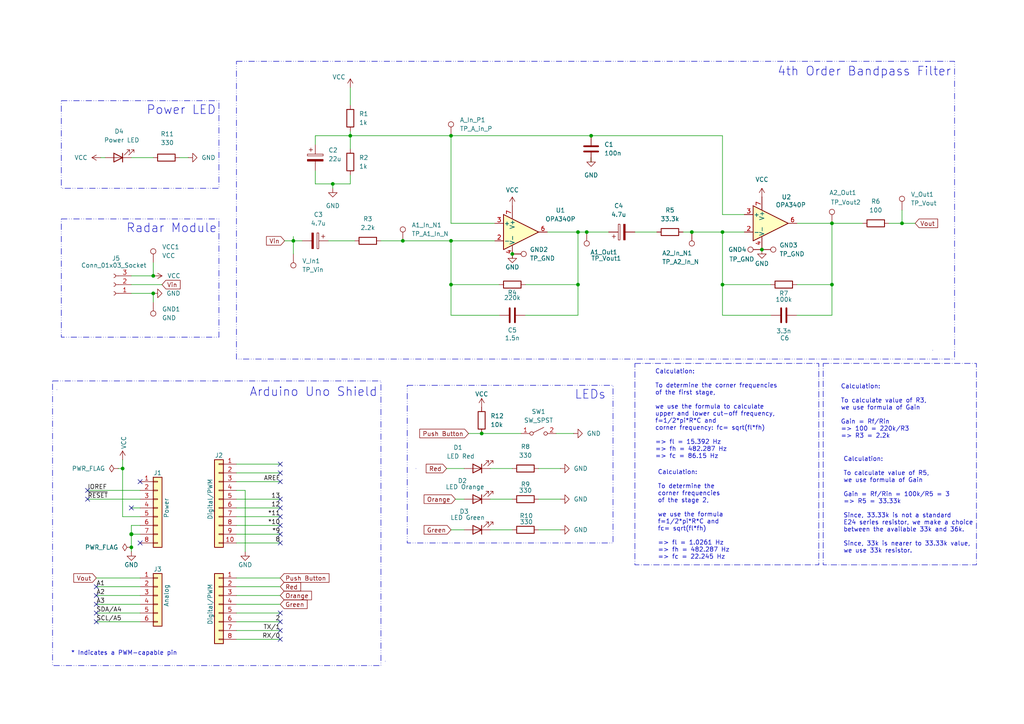
<source format=kicad_sch>
(kicad_sch (version 20231120) (generator "eeschema") (generator_version "8.0")
  (paper "A4")
  (title_block (title "4th Order Bandpass Filter") (date "2024-04-23") (rev "v1.0") (company "Hochschule Darmstadt") (comment 1 "Author: Zaki Sadique"))
  (lib_symbols
    (symbol "Amplifier_Operational:OPA340P" (pin_names (offset 0.127))
      (property "Reference" "U" (at 0 6.35 0))
      (property "Value" "OPA340P" (at 0 3.81 0))
      (symbol "OPA340P_0_1"
        (polyline (pts (xy -5.08 5.08) (xy 5.08 0) (xy -5.08 -5.08) (xy -5.08 5.08)) (stroke (width 0.254)) (fill (type background)))
      )
      (symbol "OPA340P_1_1"
        (pin no_connect line (at -5.08 -2.54 90) (length 2.54) hide (name "NC") (number "1"))
        (pin input line (at -7.62 -2.54 0) (length 2.54) (name "-") (number "2"))
        (pin input line (at -7.62 2.54 0) (length 2.54) (name "+") (number "3"))
        (pin power_in line (at -2.54 -7.62 90) (length 3.81) (name "V-") (number "4"))
        (pin no_connect line (at -2.54 -2.54 90) (length 2.54) hide (name "NC") (number "5"))
        (pin output line (at 7.62 0 180) (length 2.54) (name "~") (number "6"))
        (pin power_in line (at -2.54 7.62 270) (length 3.81) (name "V+") (number "7"))
        (pin no_connect line (at 0 -2.54 90) (length 2.54) hide (name "NC") (number "8"))
      )
    )
    (symbol "Connector:Conn_01x03_Socket" (pin_names (offset 1.016) hide)
      (property "Reference" "J" (at 0 5.08 0))
      (property "Value" "Conn_01x03_Socket" (at 0 -5.08 0))
      (symbol "Conn_01x03_Socket_1_1"
        (arc (start 0 -2.032) (mid -0.5058 -2.54) (end 0 -3.048) (stroke (width 0.1524)))
        (polyline (pts (xy -1.27 -2.54) (xy -0.508 -2.54)) (stroke (width 0.1524)))
        (polyline (pts (xy -1.27 0) (xy -0.508 0)) (stroke (width 0.1524)))
        (polyline (pts (xy -1.27 2.54) (xy -0.508 2.54)) (stroke (width 0.1524)))
        (arc (start 0 0.508) (mid -0.5058 0) (end 0 -0.508) (stroke (width 0.1524)))
        (arc (start 0 3.048) (mid -0.5058 2.54) (end 0 2.032) (stroke (width 0.1524)))
        (pin passive line (at -5.08 2.54 0) (length 3.81) (name "Pin_1") (number "1"))
        (pin passive line (at -5.08 0 0) (length 3.81) (name "Pin_2") (number "2"))
        (pin passive line (at -5.08 -2.54 0) (length 3.81) (name "Pin_3") (number "3"))
      )
    )
    (symbol "Connector:TestPoint" (pin_numbers hide) (pin_names (offset 0.762) hide)
      (property "Reference" "TP" (at 0 6.858 0))
      (property "Value" "TestPoint" (at 0 5.08 0))
      (symbol "TestPoint_0_1"
        (circle (center 0 3.302) (radius 0.762))
      )
      (symbol "TestPoint_1_1"
        (pin passive line (at 0 0 90) (length 2.54) (name "1") (number "1"))
      )
    )
    (symbol "Connector_Generic:Conn_01x06" (pin_names (offset 1.016) hide)
      (property "Reference" "J" (at 0 7.62 0))
      (property "Value" "Conn_01x06" (at 0 -10.16 0))
      (symbol "Conn_01x06_1_1"
        (rectangle (start -1.27 -7.493) (end 0 -7.747) (stroke (width 0.1524)))
        (rectangle (start -1.27 -4.953) (end 0 -5.207) (stroke (width 0.1524)))
        (rectangle (start -1.27 -2.413) (end 0 -2.667) (stroke (width 0.1524)))
        (rectangle (start -1.27 0.127) (end 0 -0.127) (stroke (width 0.1524)))
        (rectangle (start -1.27 2.667) (end 0 2.413) (stroke (width 0.1524)))
        (rectangle (start -1.27 5.207) (end 0 4.953) (stroke (width 0.1524)))
        (rectangle (start -1.27 6.35) (end 1.27 -8.89) (stroke (width 0.254)) (fill (type background)))
        (pin passive line (at -5.08 5.08 0) (length 3.81) (name "Pin_1") (number "1"))
        (pin passive line (at -5.08 2.54 0) (length 3.81) (name "Pin_2") (number "2"))
        (pin passive line (at -5.08 0 0) (length 3.81) (name "Pin_3") (number "3"))
        (pin passive line (at -5.08 -2.54 0) (length 3.81) (name "Pin_4") (number "4"))
        (pin passive line (at -5.08 -5.08 0) (length 3.81) (name "Pin_5") (number "5"))
        (pin passive line (at -5.08 -7.62 0) (length 3.81) (name "Pin_6") (number "6"))
      )
    )
    (symbol "Connector_Generic:Conn_01x08" (pin_names (offset 1.016) hide)
      (property "Reference" "J" (at 0 10.16 0))
      (property "Value" "Conn_01x08" (at 0 -12.7 0))
      (symbol "Conn_01x08_1_1"
        (rectangle (start -1.27 -10.033) (end 0 -10.287) (stroke (width 0.1524)))
        (rectangle (start -1.27 -7.493) (end 0 -7.747) (stroke (width 0.1524)))
        (rectangle (start -1.27 -4.953) (end 0 -5.207) (stroke (width 0.1524)))
        (rectangle (start -1.27 -2.413) (end 0 -2.667) (stroke (width 0.1524)))
        (rectangle (start -1.27 0.127) (end 0 -0.127) (stroke (width 0.1524)))
        (rectangle (start -1.27 2.667) (end 0 2.413) (stroke (width 0.1524)))
        (rectangle (start -1.27 5.207) (end 0 4.953) (stroke (width 0.1524)))
        (rectangle (start -1.27 7.747) (end 0 7.493) (stroke (width 0.1524)))
        (rectangle (start -1.27 8.89) (end 1.27 -11.43) (stroke (width 0.254)) (fill (type background)))
        (pin passive line (at -5.08 7.62 0) (length 3.81) (name "Pin_1") (number "1"))
        (pin passive line (at -5.08 5.08 0) (length 3.81) (name "Pin_2") (number "2"))
        (pin passive line (at -5.08 2.54 0) (length 3.81) (name "Pin_3") (number "3"))
        (pin passive line (at -5.08 0 0) (length 3.81) (name "Pin_4") (number "4"))
        (pin passive line (at -5.08 -2.54 0) (length 3.81) (name "Pin_5") (number "5"))
        (pin passive line (at -5.08 -5.08 0) (length 3.81) (name "Pin_6") (number "6"))
        (pin passive line (at -5.08 -7.62 0) (length 3.81) (name "Pin_7") (number "7"))
        (pin passive line (at -5.08 -10.16 0) (length 3.81) (name "Pin_8") (number "8"))
      )
    )
    (symbol "Connector_Generic:Conn_01x10" (pin_names (offset 1.016) hide)
      (property "Reference" "J" (at 0 12.7 0))
      (property "Value" "Conn_01x10" (at 0 -15.24 0))
      (symbol "Conn_01x10_1_1"
        (rectangle (start -1.27 -12.573) (end 0 -12.827) (stroke (width 0.1524)))
        (rectangle (start -1.27 -10.033) (end 0 -10.287) (stroke (width 0.1524)))
        (rectangle (start -1.27 -7.493) (end 0 -7.747) (stroke (width 0.1524)))
        (rectangle (start -1.27 -4.953) (end 0 -5.207) (stroke (width 0.1524)))
        (rectangle (start -1.27 -2.413) (end 0 -2.667) (stroke (width 0.1524)))
        (rectangle (start -1.27 0.127) (end 0 -0.127) (stroke (width 0.1524)))
        (rectangle (start -1.27 2.667) (end 0 2.413) (stroke (width 0.1524)))
        (rectangle (start -1.27 5.207) (end 0 4.953) (stroke (width 0.1524)))
        (rectangle (start -1.27 7.747) (end 0 7.493) (stroke (width 0.1524)))
        (rectangle (start -1.27 10.287) (end 0 10.033) (stroke (width 0.1524)))
        (rectangle (start -1.27 11.43) (end 1.27 -13.97) (stroke (width 0.254)) (fill (type background)))
        (pin passive line (at -5.08 10.16 0) (length 3.81) (name "Pin_1") (number "1"))
        (pin passive line (at -5.08 -12.7 0) (length 3.81) (name "Pin_10") (number "10"))
        (pin passive line (at -5.08 7.62 0) (length 3.81) (name "Pin_2") (number "2"))
        (pin passive line (at -5.08 5.08 0) (length 3.81) (name "Pin_3") (number "3"))
        (pin passive line (at -5.08 2.54 0) (length 3.81) (name "Pin_4") (number "4"))
        (pin passive line (at -5.08 0 0) (length 3.81) (name "Pin_5") (number "5"))
        (pin passive line (at -5.08 -2.54 0) (length 3.81) (name "Pin_6") (number "6"))
        (pin passive line (at -5.08 -5.08 0) (length 3.81) (name "Pin_7") (number "7"))
        (pin passive line (at -5.08 -7.62 0) (length 3.81) (name "Pin_8") (number "8"))
        (pin passive line (at -5.08 -10.16 0) (length 3.81) (name "Pin_9") (number "9"))
      )
    )
    (symbol "Device:C" (pin_numbers hide) (pin_names (offset 0.254))
      (property "Reference" "C" (at 0.635 2.54 0))
      (property "Value" "C" (at 0.635 -2.54 0))
      (symbol "C_0_1"
        (polyline (pts (xy -2.032 -0.762) (xy 2.032 -0.762)) (stroke (width 0.508)))
        (polyline (pts (xy -2.032 0.762) (xy 2.032 0.762)) (stroke (width 0.508)))
      )
      (symbol "C_1_1"
        (pin passive line (at 0 3.81 270) (length 2.794) (name "~") (number "1"))
        (pin passive line (at 0 -3.81 90) (length 2.794) (name "~") (number "2"))
      )
    )
    (symbol "Device:C_Polarized" (pin_numbers hide) (pin_names (offset 0.254))
      (property "Reference" "C" (at 0.635 2.54 0))
      (property "Value" "C_Polarized" (at 0.635 -2.54 0))
      (symbol "C_Polarized_0_1"
        (rectangle (start -2.286 0.508) (end 2.286 1.016))
        (polyline (pts (xy -1.778 2.286) (xy -0.762 2.286)))
        (polyline (pts (xy -1.27 2.794) (xy -1.27 1.778)))
        (rectangle (start 2.286 -0.508) (end -2.286 -1.016) (fill (type outline)))
      )
      (symbol "C_Polarized_1_1"
        (pin passive line (at 0 3.81 270) (length 2.794) (name "~") (number "1"))
        (pin passive line (at 0 -3.81 90) (length 2.794) (name "~") (number "2"))
      )
    )
    (symbol "Device:LED" (pin_numbers hide) (pin_names (offset 1.016) hide)
      (property "Reference" "D" (at 0 2.54 0))
      (property "Value" "LED" (at 0 -2.54 0))
      (symbol "LED_0_1"
        (polyline (pts (xy -1.27 -1.27) (xy -1.27 1.27)) (stroke (width 0.254)))
        (polyline (pts (xy -1.27 0) (xy 1.27 0)))
        (polyline (pts (xy 1.27 -1.27) (xy 1.27 1.27) (xy -1.27 0) (xy 1.27 -1.27)) (stroke (width 0.254)))
        (polyline (pts (xy -3.048 -0.762) (xy -4.572 -2.286) (xy -3.81 -2.286) (xy -4.572 -2.286) (xy -4.572 -1.524)))
        (polyline (pts (xy -1.778 -0.762) (xy -3.302 -2.286) (xy -2.54 -2.286) (xy -3.302 -2.286) (xy -3.302 -1.524)))
      )
      (symbol "LED_1_1"
        (pin passive line (at -3.81 0 0) (length 2.54) (name "K") (number "1"))
        (pin passive line (at 3.81 0 180) (length 2.54) (name "A") (number "2"))
      )
    )
    (symbol "Device:R" (pin_numbers hide) (pin_names (offset 0))
      (property "Reference" "R" (at 2.032 0 90))
      (property "Value" "R" (at 0 0 90))
      (symbol "R_0_1"
        (rectangle (start -1.016 -2.54) (end 1.016 2.54) (stroke (width 0.254)))
      )
      (symbol "R_1_1"
        (pin passive line (at 0 3.81 270) (length 1.27) (name "~") (number "1"))
        (pin passive line (at 0 -3.81 90) (length 1.27) (name "~") (number "2"))
      )
    )
    (symbol "GND_1" (power) (pin_numbers hide) (pin_names (offset 0) hide)
      (property "Value" "GND" (at 0 -3.81 0))
      (symbol "GND_1_0_1"
        (polyline (pts (xy 0 0) (xy 0 -1.27) (xy 1.27 -1.27) (xy 0 -2.54) (xy -1.27 -1.27) (xy 0 -1.27)))
      )
      (symbol "GND_1_1_1"
        (pin power_in line (at 0 0 270) (length 0) (name "~") (number "1"))
      )
    )
    (symbol "GND_2" (power) (pin_numbers hide) (pin_names (offset 0) hide)
      (property "Value" "GND" (at 0 -3.81 0))
      (symbol "GND_2_0_1"
        (polyline (pts (xy 0 0) (xy 0 -1.27) (xy 1.27 -1.27) (xy 0 -2.54) (xy -1.27 -1.27) (xy 0 -1.27)))
      )
      (symbol "GND_2_1_1"
        (pin power_in line (at 0 0 270) (length 0) (name "~") (number "1"))
      )
    )
    (symbol "GND_3" (power) (pin_numbers hide) (pin_names (offset 0) hide)
      (property "Value" "GND" (at 0 -3.81 0))
      (symbol "GND_3_0_1"
        (polyline (pts (xy 0 0) (xy 0 -1.27) (xy 1.27 -1.27) (xy 0 -2.54) (xy -1.27 -1.27) (xy 0 -1.27)))
      )
      (symbol "GND_3_1_1"
        (pin power_in line (at 0 0 270) (length 0) (name "~") (number "1"))
      )
    )
    (symbol "GND_4" (power) (pin_numbers hide) (pin_names (offset 0) hide)
      (property "Value" "GND" (at 0 -3.81 0))
      (symbol "GND_4_0_1"
        (polyline (pts (xy 0 0) (xy 0 -1.27) (xy 1.27 -1.27) (xy 0 -2.54) (xy -1.27 -1.27) (xy 0 -1.27)))
      )
      (symbol "GND_4_1_1"
        (pin power_in line (at 0 0 270) (length 0) (name "~") (number "1"))
      )
    )
    (symbol "GND_5" (power) (pin_numbers hide) (pin_names (offset 0) hide)
      (property "Value" "GND" (at 0 -3.81 0))
      (symbol "GND_5_0_1"
        (polyline (pts (xy 0 0) (xy 0 -1.27) (xy 1.27 -1.27) (xy 0 -2.54) (xy -1.27 -1.27) (xy 0 -1.27)))
      )
      (symbol "GND_5_1_1"
        (pin power_in line (at 0 0 270) (length 0) (name "~") (number "1"))
      )
    )
    (symbol "Switch:SW_SPST" (pin_names (offset 0) hide)
      (property "Reference" "SW" (at 0 3.175 0))
      (property "Value" "SW_SPST" (at 0 -2.54 0))
      (symbol "SW_SPST_0_0"
        (circle (center -2.032 0) (radius 0.508))
        (polyline (pts (xy -1.524 0.254) (xy 1.524 1.778)))
        (circle (center 2.032 0) (radius 0.508))
      )
      (symbol "SW_SPST_1_1"
        (pin passive line (at -5.08 0 0) (length 2.54) (name "A") (number "1"))
        (pin passive line (at 5.08 0 180) (length 2.54) (name "B") (number "2"))
      )
    )
    (symbol "VCC_1" (power) (pin_numbers hide) (pin_names (offset 0) hide)
      (property "Value" "VCC" (at 0 3.556 0))
      (symbol "VCC_1_0_1"
        (polyline (pts (xy -0.762 1.27) (xy 0 2.54)))
        (polyline (pts (xy 0 0) (xy 0 2.54)))
        (polyline (pts (xy 0 2.54) (xy 0.762 1.27)))
      )
      (symbol "VCC_1_1_1"
        (pin power_in line (at 0 0 90) (length 0) (name "~") (number "1"))
      )
    )
    (symbol "power:+5V" (power) (pin_numbers hide) (pin_names (offset 0) hide)
      (property "Value" "+5V" (at 0 3.556 0))
      (symbol "+5V_0_1"
        (polyline (pts (xy -0.762 1.27) (xy 0 2.54)))
        (polyline (pts (xy 0 0) (xy 0 2.54)))
        (polyline (pts (xy 0 2.54) (xy 0.762 1.27)))
      )
      (symbol "+5V_1_1"
        (pin power_in line (at 0 0 90) (length 0) (name "~") (number "1"))
      )
    )
    (symbol "power:GND" (power) (pin_numbers hide) (pin_names (offset 0) hide)
      (property "Value" "GND" (at 0 -3.81 0))
      (symbol "GND_0_1"
        (polyline (pts (xy 0 0) (xy 0 -1.27) (xy 1.27 -1.27) (xy 0 -2.54) (xy -1.27 -1.27) (xy 0 -1.27)))
      )
      (symbol "GND_1_1"
        (pin power_in line (at 0 0 270) (length 0) (name "~") (number "1"))
      )
    )
    (symbol "power:PWR_FLAG" (power) (pin_numbers hide) (pin_names (offset 0) hide)
      (property "Value" "PWR_FLAG" (at 0 3.81 0))
      (symbol "PWR_FLAG_0_0"
        (pin power_out line (at 0 0 90) (length 0) (name "~") (number "1"))
      )
      (symbol "PWR_FLAG_0_1"
        (polyline (pts (xy 0 0) (xy 0 1.27) (xy -1.016 1.905) (xy 0 2.54) (xy 1.016 1.905) (xy 0 1.27)))
      )
    )
    (symbol "power:VCC" (power) (pin_numbers hide) (pin_names (offset 0) hide)
      (property "Value" "VCC" (at 0 3.556 0))
      (symbol "VCC_0_1"
        (polyline (pts (xy -0.762 1.27) (xy 0 2.54)))
        (polyline (pts (xy 0 0) (xy 0 2.54)))
        (polyline (pts (xy 0 2.54) (xy 0.762 1.27)))
      )
      (symbol "VCC_1_1"
        (pin power_in line (at 0 0 90) (length 0) (name "~") (number "1"))
      )
    )
  )
  (junction (at 170.18 67.31))
  (junction (at 35.56 135.89))
  (junction (at 85.09 69.85))
  (junction (at 130.81 69.85))
  (junction (at 38.1 158.75))
  (junction (at 139.7 125.73))
  (junction (at 38.1 154.94) (diameter 1.016))
  (junction (at 241.3 82.55))
  (junction (at 148.59 73.66))
  (junction (at 200.66 67.31))
  (junction (at 130.81 39.37))
  (junction (at 241.3 64.77))
  (junction (at 167.64 67.31))
  (junction (at 44.45 80.01))
  (junction (at 171.45 39.37))
  (junction (at 209.55 82.55))
  (junction (at 209.55 67.31))
  (junction (at 130.81 82.55))
  (junction (at 220.98 72.39))
  (junction (at 96.52 53.34))
  (junction (at 116.84 69.85))
  (junction (at 261.62 64.77))
  (junction (at 167.64 82.55))
  (junction (at 44.45 85.09))
  (junction (at 101.6 39.37))
  (no_connect (at 81.28 147.32))
  (no_connect (at 81.28 154.94))
  (no_connect (at 81.28 177.8))
  (no_connect (at 38.1 147.32))
  (no_connect (at 81.28 137.16))
  (no_connect (at 27.94 170.18))
  (no_connect (at 27.94 177.8))
  (no_connect (at 81.28 180.34))
  (no_connect (at 81.28 144.78))
  (no_connect (at 40.64 157.48))
  (no_connect (at 81.28 139.7))
  (no_connect (at 81.28 157.48))
  (no_connect (at 27.94 172.72))
  (no_connect (at 25.4 142.24))
  (no_connect (at 27.94 180.34))
  (no_connect (at 81.28 149.86))
  (no_connect (at 81.28 134.62))
  (no_connect (at 40.64 139.7))
  (no_connect (at 81.28 182.88))
  (no_connect (at 81.28 152.4))
  (no_connect (at 25.4 144.78))
  (no_connect (at 27.94 175.26))
  (no_connect (at 81.28 185.42))
  (wire (pts (xy 68.58 185.42) (xy 81.28 185.42)))
  (wire (pts (xy 68.58 152.4) (xy 81.28 152.4)))
  (wire (pts (xy 44.45 76.2) (xy 44.45 80.01)))
  (wire (pts (xy 110.49 69.85) (xy 116.84 69.85)))
  (wire (pts (xy 68.58 134.62) (xy 81.28 134.62)))
  (wire (pts (xy 85.09 69.85) (xy 87.63 69.85)))
  (wire (pts (xy 161.29 125.73) (xy 166.37 125.73)))
  (wire (pts (xy 130.81 64.77) (xy 143.51 64.77)))
  (wire (pts (xy 171.45 46.99) (xy 171.45 45.72)))
  (wire (pts (xy 38.1 152.4) (xy 38.1 154.94)))
  (wire (pts (xy 129.54 135.89) (xy 134.62 135.89)))
  (wire (pts (xy 96.52 54.61) (xy 96.52 53.34)))
  (wire (pts (xy 101.6 38.1) (xy 101.6 39.37)))
  (wire (pts (xy 54.61 45.72) (xy 52.07 45.72)))
  (wire (pts (xy 85.09 69.85) (xy 85.09 68.58)))
  (wire (pts (xy 223.52 91.44) (xy 209.55 91.44)))
  (wire (pts (xy 38.1 85.09) (xy 44.45 85.09)))
  (wire (pts (xy 27.94 180.34) (xy 40.64 180.34)))
  (wire (pts (xy 95.25 69.85) (xy 102.87 69.85)))
  (wire (pts (xy 162.56 153.67) (xy 156.21 153.67)))
  (wire (pts (xy 101.6 39.37) (xy 101.6 43.18)))
  (wire (pts (xy 91.44 39.37) (xy 91.44 41.91)))
  (wire (pts (xy 223.52 82.55) (xy 209.55 82.55)))
  (wire (pts (xy 130.81 64.77) (xy 130.81 39.37)))
  (wire (pts (xy 261.62 60.96) (xy 261.62 64.77)))
  (wire (pts (xy 209.55 67.31) (xy 215.9 67.31)))
  (wire (pts (xy 38.1 154.94) (xy 38.1 158.75)))
  (wire (pts (xy 152.4 91.44) (xy 167.64 91.44)))
  (wire (pts (xy 231.14 91.44) (xy 241.3 91.44)))
  (wire (pts (xy 38.1 45.72) (xy 44.45 45.72)))
  (wire (pts (xy 38.1 147.32) (xy 40.64 147.32)))
  (wire (pts (xy 200.66 67.31) (xy 209.55 67.31)))
  (wire (pts (xy 35.56 149.86) (xy 40.64 149.86)))
  (wire (pts (xy 101.6 39.37) (xy 130.81 39.37)))
  (wire (pts (xy 134.62 153.67) (xy 130.81 153.67)))
  (wire (pts (xy 241.3 64.77) (xy 241.3 82.55)))
  (wire (pts (xy 144.78 82.55) (xy 130.81 82.55)))
  (wire (pts (xy 91.44 53.34) (xy 96.52 53.34)))
  (wire (pts (xy 44.45 87.63) (xy 44.45 85.09)))
  (wire (pts (xy 91.44 49.53) (xy 91.44 53.34)))
  (wire (pts (xy 130.81 69.85) (xy 130.81 82.55)))
  (wire (pts (xy 68.58 144.78) (xy 81.28 144.78)))
  (wire (pts (xy 142.24 135.89) (xy 148.59 135.89)))
  (wire (pts (xy 144.78 91.44) (xy 130.81 91.44)))
  (wire (pts (xy 35.56 133.35) (xy 35.56 135.89)))
  (wire (pts (xy 38.1 80.01) (xy 44.45 80.01)))
  (wire (pts (xy 68.58 167.64) (xy 81.28 167.64)))
  (wire (pts (xy 40.64 167.64) (xy 27.94 167.64)))
  (wire (pts (xy 68.58 147.32) (xy 81.28 147.32)))
  (wire (pts (xy 68.58 170.18) (xy 81.28 170.18)))
  (wire (pts (xy 91.44 39.37) (xy 101.6 39.37)))
  (wire (pts (xy 167.64 82.55) (xy 167.64 91.44)))
  (wire (pts (xy 231.14 82.55) (xy 241.3 82.55)))
  (wire (pts (xy 101.6 25.4) (xy 101.6 30.48)))
  (wire (pts (xy 158.75 67.31) (xy 167.64 67.31)))
  (wire (pts (xy 68.58 154.94) (xy 81.28 154.94)))
  (wire (pts (xy 215.9 62.23) (xy 209.55 62.23)))
  (wire (pts (xy 261.62 64.77) (xy 265.43 64.77)))
  (wire (pts (xy 68.58 175.26) (xy 81.28 175.26)))
  (wire (pts (xy 38.1 82.55) (xy 46.99 82.55)))
  (wire (pts (xy 25.4 142.24) (xy 40.64 142.24)))
  (wire (pts (xy 85.09 69.85) (xy 85.09 73.66)))
  (wire (pts (xy 139.7 125.73) (xy 151.13 125.73)))
  (wire (pts (xy 71.12 142.24) (xy 71.12 160.02)))
  (wire (pts (xy 68.58 139.7) (xy 81.28 139.7)))
  (wire (pts (xy 209.55 62.23) (xy 209.55 39.37)))
  (wire (pts (xy 231.14 64.77) (xy 241.3 64.77)))
  (wire (pts (xy 241.3 64.77) (xy 250.19 64.77)))
  (wire (pts (xy 40.64 172.72) (xy 27.94 172.72)))
  (wire (pts (xy 25.4 144.78) (xy 40.64 144.78)))
  (wire (pts (xy 40.64 154.94) (xy 38.1 154.94)))
  (wire (pts (xy 130.81 82.55) (xy 130.81 91.44)))
  (wire (pts (xy 101.6 50.8) (xy 101.6 53.34)))
  (wire (pts (xy 162.56 135.89) (xy 156.21 135.89)))
  (wire (pts (xy 156.21 144.78) (xy 162.56 144.78)))
  (wire (pts (xy 167.64 67.31) (xy 170.18 67.31)))
  (wire (pts (xy 148.59 73.66) (xy 148.59 74.93)))
  (wire (pts (xy 27.94 170.18) (xy 40.64 170.18)))
  (wire (pts (xy 38.1 158.75) (xy 38.1 160.02)))
  (wire (pts (xy 35.56 135.89) (xy 35.56 149.86)))
  (wire (pts (xy 34.29 135.89) (xy 35.56 135.89)))
  (wire (pts (xy 142.24 144.78) (xy 148.59 144.78)))
  (wire (pts (xy 68.58 142.24) (xy 71.12 142.24)))
  (wire (pts (xy 40.64 152.4) (xy 38.1 152.4)))
  (wire (pts (xy 198.12 67.31) (xy 200.66 67.31)))
  (wire (pts (xy 184.15 67.31) (xy 190.5 67.31)))
  (wire (pts (xy 82.55 69.85) (xy 85.09 69.85)))
  (wire (pts (xy 68.58 149.86) (xy 81.28 149.86)))
  (wire (pts (xy 29.21 45.72) (xy 30.48 45.72)))
  (wire (pts (xy 68.58 172.72) (xy 81.28 172.72)))
  (wire (pts (xy 209.55 67.31) (xy 209.55 82.55)))
  (wire (pts (xy 27.94 175.26) (xy 40.64 175.26)))
  (wire (pts (xy 170.18 67.31) (xy 176.53 67.31)))
  (wire (pts (xy 116.84 69.85) (xy 130.81 69.85)))
  (wire (pts (xy 257.81 64.77) (xy 261.62 64.77)))
  (wire (pts (xy 241.3 82.55) (xy 241.3 91.44)))
  (wire (pts (xy 96.52 53.34) (xy 101.6 53.34)))
  (wire (pts (xy 68.58 137.16) (xy 81.28 137.16)))
  (wire (pts (xy 68.58 180.34) (xy 81.28 180.34)))
  (wire (pts (xy 135.89 125.73) (xy 139.7 125.73)))
  (wire (pts (xy 142.24 153.67) (xy 148.59 153.67)))
  (wire (pts (xy 152.4 82.55) (xy 167.64 82.55)))
  (wire (pts (xy 68.58 177.8) (xy 81.28 177.8)))
  (wire (pts (xy 132.08 144.78) (xy 134.62 144.78)))
  (wire (pts (xy 167.64 67.31) (xy 167.64 82.55)))
  (wire (pts (xy 209.55 82.55) (xy 209.55 91.44)))
  (wire (pts (xy 130.81 39.37) (xy 171.45 39.37)))
  (wire (pts (xy 130.81 69.85) (xy 143.51 69.85)))
  (wire (pts (xy 68.58 182.88) (xy 81.28 182.88)))
  (wire (pts (xy 171.45 39.37) (xy 209.55 39.37)))
  (wire (pts (xy 40.64 177.8) (xy 27.94 177.8)))
  (wire (pts (xy 68.58 157.48) (xy 81.28 157.48)))
  (rectangle (start 238.76 105.41) (end 283.21 163.83) (stroke (width 0) (type dash_dot)))
  (rectangle (start 104.14 193.04) (end 104.14 193.04))
  (rectangle (start 16.51 113.03) (end 16.51 113.03))
  (rectangle (start 111.76 191.77) (end 111.76 191.77))
  (rectangle (start 184.15 105.41) (end 237.49 163.83) (stroke (width 0) (type dash_dot)))
  (rectangle (start 118.11 111.76) (end 177.8 157.48) (stroke (width 0) (type dash_dot_dot)))
  (rectangle (start 120.65 135.89) (end 120.65 135.89))
  (rectangle (start 17.78 63.5) (end 63.5 97.79) (stroke (width 0) (type dash_dot_dot)))
  (rectangle (start 237.49 163.83) (end 237.49 163.83))
  (rectangle (start 270.51 101.6) (end 270.51 101.6))
  (rectangle (start 15.24 110.49) (end 110.49 193.04) (stroke (width 0) (type dash_dot_dot)))
  (rectangle (start 17.78 29.21) (end 63.5 54.61) (stroke (width 0) (type dash_dot_dot)))
  (rectangle (start 68.58 17.78) (end 276.86 104.14) (stroke (width 0) (type dash_dot_dot)))
  (text "Radar Module" (at 49.784 66.294 0) (effects (font (size 2.54 2.54))))
  (text "Calculation:\n\nTo calculate value of R3, \nwe use formula of Gain\n\nGain = Rf/Rin \n=> 100 = 220k/R3\n=> R3 = 2.2k" (at 243.84 119.38 0) (effects (font (size 1.27 1.27)) (justify left)))
  (text "Calculation:\n\nTo determine the \ncorner frequencies\nof the stage 2,\n\nwe use the formula\nf=1/2*pi*R*C and \nfc= sqrt(fl*fh)\n\n=> fl = 1.0261 Hz\n=> fh = 482.287 Hz\n=> fc = 22.245 Hz" (at 190.754 149.352 0) (effects (font (size 1.27 1.27)) (justify left)))
  (text "LEDs" (at 171.196 114.554 0) (effects (font (size 2.54 2.54))))
  (text "Calculation:\n\nTo determine the corner frequencies\nof the first stage,\n\nwe use the formula to calculate\nupper and lower cut-off frequency,\nf=1/2*pi*R*C and \ncorner frequency: fc= sqrt(fl*fh)\n\n=> fl = 15.392 Hz\n=> fh = 482.287 Hz\n=> fc = 86.15 Hz" (at 189.992 120.142 0) (effects (font (size 1.27 1.27)) (justify left)))
  (text "Arduino Uno Shield" (at 90.932 113.792 0) (effects (font (size 2.54 2.54))))
  (text "Calculation:\n\nTo calculate value of R5, \nwe use formula of Gain\n\nGain = Rf/Rin = 100k/R5 = 3\n=> R5 = 33.33k\n\nSince, 33.33k is not a standard \nE24 series resistor, we make a choice \nbetween the available 33k and 36k.\n \nSince, 33k is nearer to 33.33k value, \nwe use 33k resistor." (at 244.602 146.558 0) (effects (font (size 1.27 1.27)) (justify left)))
  (text "Power LED" (at 52.578 32.004 0) (effects (font (size 2.54 2.54))))
  (text "* Indicates a PWM-capable pin" (at 20.574 190.246 0) (effects (font (size 1.27 1.27)) (justify left bottom)))
  (text "4th Order Bandpass Filter" (at 250.698 20.828 0) (effects (font (size 2.54 2.54))))
  (label "RX{slash}0" (at 81.28 185.42 180))
  (label "A2" (at 27.94 172.72 0))
  (label "2" (at 81.28 180.34 180))
  (label "A3" (at 27.94 175.26 0))
  (label "13" (at 81.28 144.78 180))
  (label "12" (at 81.28 147.32 180))
  (label "~{RESET}" (at 25.4 144.78 0))
  (label "*10" (at 81.28 152.4 180))
  (label "8" (at 81.28 157.48 180))
  (label "*11" (at 81.28 149.86 180))
  (label "A1" (at 27.94 170.18 0))
  (label "TX{slash}1" (at 81.28 182.88 180))
  (label "AREF" (at 81.28 139.7 180))
  (label "*9" (at 81.28 154.94 180))
  (label "IOREF" (at 25.4 142.24 0))
  (label "SDA{slash}A4" (at 27.94 177.8 0))
  (label "SCL{slash}A5" (at 27.94 180.34 0))
  (global_label "Push Button" (shape input) (at 81.28 167.64 0) (property "Intersheetrefs" "${INTERSHEET_REFS}" (effects (hide yes))))
  (global_label "Vout" (shape input) (at 265.43 64.77 0) (property "Intersheetrefs" "${INTERSHEET_REFS}" (effects (hide yes))))
  (global_label "Push Button" (shape input) (at 135.89 125.73 180) (property "Intersheetrefs" "${INTERSHEET_REFS}" (effects (hide yes))))
  (global_label "Red" (shape input) (at 81.28 170.18 0) (property "Intersheetrefs" "${INTERSHEET_REFS}" (effects (hide yes))))
  (global_label "Vin" (shape input) (at 82.55 69.85 180) (property "Intersheetrefs" "${INTERSHEET_REFS}" (effects (hide yes))))
  (global_label "Green" (shape input) (at 130.81 153.67 180) (property "Intersheetrefs" "${INTERSHEET_REFS}" (effects (hide yes))))
  (global_label "Red" (shape input) (at 129.54 135.89 180) (property "Intersheetrefs" "${INTERSHEET_REFS}" (effects (hide yes))))
  (global_label "Green" (shape input) (at 81.28 175.26 0) (property "Intersheetrefs" "${INTERSHEET_REFS}" (effects (hide yes))))
  (global_label "Vout" (shape input) (at 27.94 167.64 180) (property "Intersheetrefs" "${INTERSHEET_REFS}" (effects (hide yes))))
  (global_label "Orange" (shape input) (at 81.28 172.72 0) (property "Intersheetrefs" "${INTERSHEET_REFS}" (effects (hide yes))))
  (global_label "Vin" (shape input) (at 46.99 82.55 0) (property "Intersheetrefs" "${INTERSHEET_REFS}" (effects (hide yes))))
  (global_label "Orange" (shape input) (at 132.08 144.78 180) (property "Intersheetrefs" "${INTERSHEET_REFS}" (effects (hide yes))))
  (symbol (lib_id "Connector_Generic:Conn_01x08") (at 45.72 147.32 0) (unit 1)
    (property "Reference" "J1" (at 45.72 137.16 0))
    (property "Value" "Power" (at 48.26 147.32 90))
    (property "Footprint" "Connector_PinHeader_2.54mm:PinHeader_1x08_P2.54mm_Vertical" (effects (hide yes)))
  )
  (symbol (lib_id "power:+5V") (at 35.56 133.35 0) (unit 1)
    (property "Reference" "#PWR02" (effects (hide yes)))
    (property "Value" "VCC" (at 35.9156 130.302 90) (effects (justify left)))
    (property "Description" "Power symbol creates a global label with name \"+5V\"" (effects (hide yes)))
  )
  (symbol (lib_name "GND_5") (lib_id "power:GND") (at 38.1 160.02 0) (unit 1)
    (property "Reference" "#PWR04" (effects (hide yes)))
    (property "Value" "GND" (at 38.1 163.83 0))
    (property "Description" "Power symbol creates a global label with name \"GND\" , ground" (effects (hide yes)))
  )
  (symbol (lib_id "Connector_Generic:Conn_01x10") (at 63.5 144.78 0) (mirror y) (unit 1)
    (property "Reference" "J2" (at 63.5 132.08 0))
    (property "Value" "Digital/PWM" (at 60.96 144.78 90))
    (property "Footprint" "Connector_PinHeader_2.54mm:PinHeader_1x10_P2.54mm_Vertical" (effects (hide yes)))
  )
  (symbol (lib_id "power:GND") (at 71.12 160.02 0) (unit 1)
    (property "Reference" "#PWR05" (effects (hide yes)))
    (property "Value" "GND" (at 71.12 163.83 0))
    (property "Description" "Power symbol creates a global label with name \"GND\" , ground" (effects (hide yes)))
  )
  (symbol (lib_id "Connector_Generic:Conn_01x06") (at 45.72 172.72 0) (unit 1)
    (property "Reference" "J3" (at 45.72 165.1 0))
    (property "Value" "Analog" (at 48.26 172.72 90))
    (property "Footprint" "Connector_PinHeader_2.54mm:PinHeader_1x06_P2.54mm_Vertical" (effects (hide yes)))
  )
  (symbol (lib_id "Connector_Generic:Conn_01x08") (at 63.5 175.26 0) (mirror y) (unit 1)
    (property "Reference" "J4" (effects (hide yes)))
    (property "Value" "Digital/PWM" (at 60.96 175.26 90))
    (property "Footprint" "Connector_PinHeader_2.54mm:PinHeader_1x08_P2.54mm_Vertical" (effects (hide yes)))
  )
  (symbol (lib_id "Device:LED") (at 138.43 144.78 180) (unit 1)
    (property "Reference" "D2" (at 134.112 139.446 0))
    (property "Value" "LED Orange" (at 134.874 141.224 0))
    (property "Footprint" "LED_THT:LED_D5.0mm" (effects (hide yes)))
    (property "Description" "Light emitting diode" (effects (hide yes)))
    (property "Sim.Device" "D" (effects (hide yes)))
    (property "Sim.Pins" "1=A 2=K" (effects (hide yes)))
  )
  (symbol (lib_id "Device:LED") (at 34.29 45.72 180) (unit 1)
    (property "Reference" "D4" (at 34.544 38.1 0))
    (property "Value" "Power LED" (at 35.306 40.64 0))
    (property "Footprint" "LED_THT:LED_D5.0mm" (effects (hide yes)))
    (property "Description" "Light emitting diode" (effects (hide yes)))
    (property "Sim.Device" "D" (effects (hide yes)))
    (property "Sim.Pins" "1=A 2=K" (effects (hide yes)))
  )
  (symbol (lib_id "Device:R") (at 48.26 45.72 90) (unit 1)
    (property "Reference" "R11" (at 48.514 38.862 90))
    (property "Value" "330" (at 48.514 41.402 90))
    (property "Footprint" "Resistor_THT:R_Axial_DIN0207_L6.3mm_D2.5mm_P10.16mm_Horizontal" (effects (hide yes)))
    (property "Description" "Resistor" (effects (hide yes)))
  )
  (symbol (lib_id "Device:LED") (at 138.43 153.67 180) (unit 1)
    (property "Reference" "D3" (at 134.62 148.336 0))
    (property "Value" "LED Green" (at 135.636 150.114 0))
    (property "Footprint" "LED_THT:LED_D5.0mm" (effects (hide yes)))
    (property "Description" "Light emitting diode" (effects (hide yes)))
    (property "Sim.Device" "D" (effects (hide yes)))
    (property "Sim.Pins" "1=A 2=K" (effects (hide yes)))
  )
  (symbol (lib_name "GND_4") (lib_id "power:GND") (at 220.98 72.39 0) (unit 1)
    (property "Reference" "#PWR08" (effects (hide yes)))
    (property "Value" "GND" (at 220.98 76.454 0))
    (property "Description" "Power symbol creates a global label with name \"GND\" , ground" (effects (hide yes)))
  )
  (symbol (lib_id "Connector:Conn_01x03_Socket") (at 33.02 82.55 180) (unit 1)
    (property "Reference" "J5" (at 33.655 74.93 0))
    (property "Value" "Conn_01x03_Socket" (at 33.02 76.962 0))
    (property "Footprint" "Connector_PinSocket_2.54mm:PinSocket_1x03_P2.54mm_Horizontal" (effects (hide yes)))
    (property "Description" "Generic connector, single row, 01x03, script generated" (effects (hide yes)))
  )
  (symbol (lib_id "power:GND") (at 162.56 135.89 90) (unit 1)
    (property "Reference" "#PWR013" (effects (hide yes)))
    (property "Value" "GND" (at 166.37 135.8901 90) (effects (justify right)))
    (property "Description" "Power symbol creates a global label with name \"GND\" , ground" (effects (hide yes)))
  )
  (symbol (lib_id "power:PWR_FLAG") (at 38.1 158.75 90) (unit 1)
    (property "Reference" "#FLG03" (effects (hide yes)))
    (property "Value" "PWR_FLAG" (at 34.29 158.7499 90) (effects (justify left)))
    (property "Description" "Special symbol for telling ERC where power comes from" (effects (hide yes)))
  )
  (symbol (lib_id "Amplifier_Operational:OPA340P") (at 223.52 64.77 0) (unit 1)
    (property "Reference" "U2" (at 228.092 57.15 0))
    (property "Value" "OPA340P" (at 229.362 59.436 0))
    (property "Footprint" "Package_DIP:DIP-8_W7.62mm" (effects (hide yes)))
    (property "Datasheet" "http://www.ti.com/lit/ds/symlink/opa340.pdf" (effects (hide yes)))
    (property "Description" "Single Single-Supply, Rail-to-Rail Operational Amplifier, MicroAmplifier Series, DIP-8" (effects (hide yes)))
  )
  (symbol (lib_id "Connector:TestPoint") (at 241.3 64.77 0) (unit 1)
    (property "Reference" "A2_Out1" (at 248.412 55.88 0) (effects (justify right)))
    (property "Value" "TP_Vout2" (at 249.682 58.674 0) (effects (justify right)))
    (property "Footprint" "Connector_PinHeader_2.54mm:PinHeader_1x01_P2.54mm_Vertical" (effects (hide yes)))
    (property "Description" "test point" (effects (hide yes)))
  )
  (symbol (lib_id "Device:C") (at 148.59 91.44 90) (unit 1)
    (property "Reference" "C5" (at 148.59 95.758 90))
    (property "Value" "1.5n" (at 148.59 98.044 90))
    (property "Footprint" "Capacitor_THT:C_Rect_L7.2mm_W7.2mm_P5.00mm_FKS2_FKP2_MKS2_MKP2" (effects (hide yes)))
    (property "Description" "Unpolarized capacitor" (effects (hide yes)))
  )
  (symbol (lib_id "power:VCC") (at 220.98 57.15 0) (unit 1)
    (property "Reference" "#PWR011" (effects (hide yes)))
    (property "Value" "VCC" (at 220.98 52.07 0))
    (property "Description" "Power symbol creates a global label with name \"VCC\"" (effects (hide yes)))
  )
  (symbol (lib_id "Connector:TestPoint") (at 148.59 73.66 270) (unit 1)
    (property "Reference" "GND2" (at 153.67 72.3899 90) (effects (justify left)))
    (property "Value" "TP_GND" (at 153.67 74.9299 90) (effects (justify left)))
    (property "Footprint" "Connector_PinHeader_2.54mm:PinHeader_1x01_P2.54mm_Vertical" (effects (hide yes)))
    (property "Description" "test point" (effects (hide yes)))
  )
  (symbol (lib_id "Device:R") (at 139.7 121.92 180) (unit 1)
    (property "Reference" "R12" (at 142.24 120.6499 0) (effects (justify right)))
    (property "Value" "10k" (at 142.24 123.1899 0) (effects (justify right)))
    (property "Footprint" "Resistor_THT:R_Axial_DIN0207_L6.3mm_D2.5mm_P10.16mm_Horizontal" (effects (hide yes)))
    (property "Description" "Resistor" (effects (hide yes)))
  )
  (symbol (lib_id "Device:R") (at 194.31 67.31 90) (unit 1)
    (property "Reference" "R5" (at 194.31 60.96 90))
    (property "Value" "33.3k" (at 194.31 63.5 90))
    (property "Footprint" "Resistor_THT:R_Axial_DIN0207_L6.3mm_D2.5mm_P10.16mm_Horizontal" (effects (hide yes)))
    (property "Description" "Resistor" (effects (hide yes)))
  )
  (symbol (lib_id "Device:R") (at 152.4 135.89 90) (unit 1)
    (property "Reference" "R8" (at 152.4 129.54 90))
    (property "Value" "330" (at 152.4 132.08 90))
    (property "Footprint" "Resistor_THT:R_Axial_DIN0207_L6.3mm_D2.5mm_P10.16mm_Horizontal" (effects (hide yes)))
    (property "Description" "Resistor" (effects (hide yes)))
  )
  (symbol (lib_name "VCC_1") (lib_id "power:VCC") (at 101.6 25.4 0) (unit 1)
    (property "Reference" "#PWR07" (effects (hide yes)))
    (property "Value" "VCC" (at 98.298 22.352 0))
    (property "Description" "Power symbol creates a global label with name \"VCC\"" (effects (hide yes)))
  )
  (symbol (lib_name "GND_2") (lib_id "power:GND") (at 148.59 73.66 0) (unit 1)
    (property "Reference" "#PWR01" (effects (hide yes)))
    (property "Value" "GND" (at 148.59 77.47 0))
    (property "Description" "Power symbol creates a global label with name \"GND\" , ground" (effects (hide yes)))
  )
  (symbol (lib_id "power:VCC") (at 44.45 80.01 270) (unit 1)
    (property "Reference" "#PWR016" (effects (hide yes)))
    (property "Value" "VCC" (at 48.514 80.01 90) (effects (justify left)))
    (property "Description" "Power symbol creates a global label with name \"VCC\"" (effects (hide yes)))
  )
  (symbol (lib_id "power:GND") (at 162.56 153.67 90) (unit 1)
    (property "Reference" "#PWR015" (effects (hide yes)))
    (property "Value" "GND" (at 166.37 153.6701 90) (effects (justify right)))
    (property "Description" "Power symbol creates a global label with name \"GND\" , ground" (effects (hide yes)))
  )
  (symbol (lib_id "Device:R") (at 152.4 153.67 270) (unit 1)
    (property "Reference" "R10" (at 152.654 149.606 90))
    (property "Value" "330" (at 152.654 151.384 90))
    (property "Footprint" "Resistor_THT:R_Axial_DIN0207_L6.3mm_D2.5mm_P10.16mm_Horizontal" (effects (hide yes)))
    (property "Description" "Resistor" (effects (hide yes)))
  )
  (symbol (lib_id "Device:R") (at 106.68 69.85 90) (unit 1)
    (property "Reference" "R3" (at 106.68 63.5 90))
    (property "Value" "2.2k" (at 106.68 66.04 90))
    (property "Footprint" "Resistor_THT:R_Axial_DIN0207_L6.3mm_D2.5mm_P10.16mm_Horizontal" (effects (hide yes)))
    (property "Description" "Resistor" (effects (hide yes)))
  )
  (symbol (lib_id "Switch:SW_SPST") (at 156.21 125.73 0) (unit 1)
    (property "Reference" "SW1" (at 156.21 119.38 0))
    (property "Value" "SW_SPST" (at 156.21 121.92 0))
    (property "Footprint" "Button_Switch_THT:SW_PUSH_6mm_H7.3mm" (effects (hide yes)))
    (property "Description" "Single Pole Single Throw (SPST) switch" (effects (hide yes)))
  )
  (symbol (lib_id "power:GND") (at 162.56 144.78 90) (unit 1)
    (property "Reference" "#PWR014" (effects (hide yes)))
    (property "Value" "GND" (at 166.37 144.7801 90) (effects (justify right)))
    (property "Description" "Power symbol creates a global label with name \"GND\" , ground" (effects (hide yes)))
  )
  (symbol (lib_name "GND_3") (lib_id "power:GND") (at 171.45 45.72 0) (unit 1)
    (property "Reference" "#PWR09" (effects (hide yes)))
    (property "Value" "GND" (at 171.45 50.8 0))
    (property "Description" "Power symbol creates a global label with name \"GND\" , ground" (effects (hide yes)))
  )
  (symbol (lib_id "Device:R") (at 254 64.77 90) (unit 1)
    (property "Reference" "R6" (at 254 58.42 90))
    (property "Value" "100" (at 254 60.96 90))
    (property "Footprint" "Resistor_THT:R_Axial_DIN0207_L6.3mm_D2.5mm_P10.16mm_Horizontal" (effects (hide yes)))
    (property "Description" "Resistor" (effects (hide yes)))
  )
  (symbol (lib_id "power:GND") (at 166.37 125.73 90) (unit 1)
    (property "Reference" "#PWR012" (effects (hide yes)))
    (property "Value" "GND" (at 172.212 125.73 90))
    (property "Description" "Power symbol creates a global label with name \"GND\" , ground" (effects (hide yes)))
  )
  (symbol (lib_id "Device:R") (at 152.4 144.78 270) (unit 1)
    (property "Reference" "R9" (at 152.4 140.462 90))
    (property "Value" "330" (at 152.4 142.24 90))
    (property "Footprint" "Resistor_THT:R_Axial_DIN0207_L6.3mm_D2.5mm_P10.16mm_Horizontal" (effects (hide yes)))
    (property "Description" "Resistor" (effects (hide yes)))
  )
  (symbol (lib_id "Amplifier_Operational:OPA340P") (at 151.13 67.31 0) (unit 1)
    (property "Reference" "U1" (at 162.56 60.9914 0))
    (property "Value" "OPA340P" (at 162.56 63.5314 0))
    (property "Footprint" "Package_DIP:DIP-8_W7.62mm" (effects (hide yes)))
    (property "Datasheet" "http://www.ti.com/lit/ds/symlink/opa340.pdf" (effects (hide yes)))
    (property "Description" "Single Single-Supply, Rail-to-Rail Operational Amplifier, MicroAmplifier Series, DIP-8" (effects (hide yes)))
  )
  (symbol (lib_id "Connector:TestPoint") (at 85.09 73.66 180) (unit 1)
    (property "Reference" "V_In1" (at 87.63 75.6919 0) (effects (justify right)))
    (property "Value" "TP_Vin" (at 87.63 78.2319 0) (effects (justify right)))
    (property "Footprint" "Connector_PinHeader_2.54mm:PinHeader_1x01_P2.54mm_Vertical" (effects (hide yes)))
    (property "Description" "test point" (effects (hide yes)))
  )
  (symbol (lib_id "Device:R") (at 101.6 34.29 0) (unit 1)
    (property "Reference" "R1" (at 104.14 33.0199 0) (effects (justify left)))
    (property "Value" "1k" (at 104.14 35.5599 0) (effects (justify left)))
    (property "Footprint" "Resistor_THT:R_Axial_DIN0207_L6.3mm_D2.5mm_P10.16mm_Horizontal" (effects (hide yes)))
    (property "Description" "Resistor" (effects (hide yes)))
  )
  (symbol (lib_id "power:GND") (at 54.61 45.72 90) (unit 1)
    (property "Reference" "#PWR019" (effects (hide yes)))
    (property "Value" "GND" (at 58.42 45.7199 90) (effects (justify right)))
    (property "Description" "Power symbol creates a global label with name \"GND\" , ground" (effects (hide yes)))
  )
  (symbol (lib_id "Device:C_Polarized") (at 180.34 67.31 90) (unit 1)
    (property "Reference" "C4" (at 179.451 59.69 90))
    (property "Value" "4.7u" (at 179.451 62.23 90))
    (property "Footprint" "Capacitor_THT:CP_Radial_D5.0mm_P2.50mm" (effects (hide yes)))
    (property "Description" "Polarized capacitor" (effects (hide yes)))
  )
  (symbol (lib_id "Connector:TestPoint") (at 170.18 67.31 180) (unit 1)
    (property "Reference" "A1_Out1" (at 171.196 73.1521 0) (effects (justify right)))
    (property "Value" "TP_Vout1" (at 171.45 74.93 0) (effects (justify right)))
    (property "Footprint" "Connector_PinHeader_2.54mm:PinHeader_1x01_P2.54mm_Vertical" (effects (hide yes)))
    (property "Description" "test point" (effects (hide yes)))
  )
  (symbol (lib_id "Connector:TestPoint") (at 220.98 72.39 90) (unit 1)
    (property "Reference" "GND4" (at 213.868 72.39 90))
    (property "Value" "TP_GND" (at 215.138 75.184 90))
    (property "Footprint" "Connector_PinHeader_2.54mm:PinHeader_1x01_P2.54mm_Vertical" (effects (hide yes)))
    (property "Description" "test point" (effects (hide yes)))
  )
  (symbol (lib_id "power:PWR_FLAG") (at 34.29 135.89 90) (unit 1)
    (property "Reference" "#FLG01" (effects (hide yes)))
    (property "Value" "PWR_FLAG" (at 30.48 135.8899 90) (effects (justify left)))
    (property "Description" "Special symbol for telling ERC where power comes from" (effects (hide yes)))
  )
  (symbol (lib_id "Device:R") (at 227.33 82.55 90) (unit 1)
    (property "Reference" "R7" (at 227.33 85.09 90))
    (property "Value" "100k" (at 227.33 86.868 90))
    (property "Footprint" "Resistor_THT:R_Axial_DIN0207_L6.3mm_D2.5mm_P10.16mm_Horizontal" (effects (hide yes)))
    (property "Description" "Resistor" (effects (hide yes)))
  )
  (symbol (lib_id "Device:R") (at 101.6 46.99 0) (unit 1)
    (property "Reference" "R2" (at 104.14 45.7199 0) (effects (justify left)))
    (property "Value" "1k" (at 104.14 48.2599 0) (effects (justify left)))
    (property "Footprint" "Resistor_THT:R_Axial_DIN0207_L6.3mm_D2.5mm_P10.16mm_Horizontal" (effects (hide yes)))
    (property "Description" "Resistor" (effects (hide yes)))
  )
  (symbol (lib_id "Connector:TestPoint") (at 220.98 72.39 270) (unit 1)
    (property "Reference" "GND3" (at 226.06 71.1199 90) (effects (justify left)))
    (property "Value" "TP_GND" (at 226.06 73.6599 90) (effects (justify left)))
    (property "Footprint" "Connector_PinHeader_2.54mm:PinHeader_1x01_P2.54mm_Vertical" (effects (hide yes)))
    (property "Description" "test point" (effects (hide yes)))
  )
  (symbol (lib_id "power:VCC") (at 139.7 118.11 0) (unit 1)
    (property "Reference" "#PWR03" (effects (hide yes)))
    (property "Value" "VCC" (at 139.7 114.3 0))
    (property "Description" "Power symbol creates a global label with name \"VCC\"" (effects (hide yes)))
  )
  (symbol (lib_id "Connector:TestPoint") (at 261.62 60.96 0) (unit 1)
    (property "Reference" "V_Out1" (at 264.16 56.3879 0) (effects (justify left)))
    (property "Value" "TP_Vout" (at 264.16 58.9279 0) (effects (justify left)))
    (property "Footprint" "Connector_PinHeader_2.54mm:PinHeader_1x01_P2.54mm_Vertical" (effects (hide yes)))
    (property "Description" "test point" (effects (hide yes)))
  )
  (symbol (lib_id "Connector:TestPoint") (at 200.66 67.31 180) (unit 1)
    (property "Reference" "A2_In_N1" (at 192.024 73.406 0) (effects (justify right)))
    (property "Value" "TP_A2_In_N" (at 192.024 75.946 0) (effects (justify right)))
    (property "Footprint" "Connector_PinHeader_2.54mm:PinHeader_1x01_P2.54mm_Vertical" (effects (hide yes)))
    (property "Description" "test point" (effects (hide yes)))
  )
  (symbol (lib_id "Connector:TestPoint") (at 116.84 69.85 0) (unit 1)
    (property "Reference" "A1_In_N1" (at 119.38 65.2779 0) (effects (justify left)))
    (property "Value" "TP_A1_In_N" (at 119.38 67.8179 0) (effects (justify left)))
    (property "Footprint" "Connector_PinHeader_2.54mm:PinHeader_1x01_P2.54mm_Vertical" (effects (hide yes)))
    (property "Description" "test point" (effects (hide yes)))
  )
  (symbol (lib_id "power:VCC") (at 29.21 45.72 90) (unit 1)
    (property "Reference" "#PWR018" (effects (hide yes)))
    (property "Value" "VCC" (at 25.4 45.7199 90) (effects (justify left)))
    (property "Description" "Power symbol creates a global label with name \"VCC\"" (effects (hide yes)))
  )
  (symbol (lib_id "Device:C") (at 171.45 43.18 0) (unit 1)
    (property "Reference" "C1" (at 175.26 41.9099 0) (effects (justify left)))
    (property "Value" "100n" (at 175.26 44.4499 0) (effects (justify left)))
    (property "Footprint" "Capacitor_THT:C_Rect_L7.2mm_W2.5mm_P5.00mm_FKS2_FKP2_MKS2_MKP2" (effects (hide yes)))
    (property "Description" "Unpolarized capacitor" (effects (hide yes)))
  )
  (symbol (lib_id "Connector:TestPoint") (at 130.81 39.37 0) (unit 1)
    (property "Reference" "A_In_P1" (at 133.35 34.7979 0) (effects (justify left)))
    (property "Value" "TP_A_in_P" (at 133.35 37.3379 0) (effects (justify left)))
    (property "Footprint" "Connector_PinHeader_2.54mm:PinHeader_1x01_P2.54mm_Vertical" (effects (hide yes)))
    (property "Description" "test point" (effects (hide yes)))
  )
  (symbol (lib_id "Device:C") (at 227.33 91.44 90) (unit 1)
    (property "Reference" "C6" (at 227.584 98.044 90))
    (property "Value" "3.3n" (at 227.33 96.012 90))
    (property "Footprint" "Capacitor_THT:C_Rect_L7.2mm_W7.2mm_P5.00mm_FKS2_FKP2_MKS2_MKP2" (effects (hide yes)))
    (property "Description" "Unpolarized capacitor" (effects (hide yes)))
  )
  (symbol (lib_id "Device:LED") (at 138.43 135.89 180) (unit 1)
    (property "Reference" "D1" (at 132.842 129.794 0))
    (property "Value" "LED Red" (at 133.604 132.334 0))
    (property "Footprint" "LED_THT:LED_D5.0mm" (effects (hide yes)))
    (property "Description" "Light emitting diode" (effects (hide yes)))
    (property "Sim.Device" "D" (effects (hide yes)))
    (property "Sim.Pins" "1=A 2=K" (effects (hide yes)))
  )
  (symbol (lib_id "Device:C_Polarized") (at 91.44 45.72 0) (unit 1)
    (property "Reference" "C2" (at 95.25 43.5609 0) (effects (justify left)))
    (property "Value" "22u" (at 95.25 46.1009 0) (effects (justify left)))
    (property "Footprint" "Capacitor_THT:CP_Radial_D5.0mm_P2.00mm" (effects (hide yes)))
    (property "Description" "Polarized capacitor" (effects (hide yes)))
  )
  (symbol (lib_id "Connector:TestPoint") (at 44.45 76.2 0) (unit 1)
    (property "Reference" "VCC1" (at 46.99 71.6279 0) (effects (justify left)))
    (property "Value" "VCC" (at 46.99 74.1679 0) (effects (justify left)))
    (property "Footprint" "Connector_PinHeader_2.54mm:PinHeader_1x01_P2.54mm_Vertical" (effects (hide yes)))
    (property "Description" "test point" (effects (hide yes)))
  )
  (symbol (lib_id "Device:R") (at 148.59 82.55 90) (unit 1)
    (property "Reference" "R4" (at 148.59 84.836 90))
    (property "Value" "220k" (at 148.59 86.36 90))
    (property "Footprint" "Resistor_THT:R_Axial_DIN0207_L6.3mm_D2.5mm_P10.16mm_Horizontal" (effects (hide yes)))
    (property "Description" "Resistor" (effects (hide yes)))
  )
  (symbol (lib_id "Connector:TestPoint") (at 44.45 87.63 180) (unit 1)
    (property "Reference" "GND1" (at 46.99 89.6619 0) (effects (justify right)))
    (property "Value" "GND" (at 46.99 92.2019 0) (effects (justify right)))
    (property "Footprint" "Connector_PinHeader_2.54mm:PinHeader_1x01_P2.54mm_Vertical" (effects (hide yes)))
    (property "Description" "test point" (effects (hide yes)))
  )
  (symbol (lib_id "power:VCC") (at 148.59 59.69 0) (unit 1)
    (property "Reference" "#PWR010" (effects (hide yes)))
    (property "Value" "VCC" (at 148.59 55.118 0))
    (property "Description" "Power symbol creates a global label with name \"VCC\"" (effects (hide yes)))
  )
  (symbol (lib_id "Device:C_Polarized") (at 91.44 69.85 270) (unit 1)
    (property "Reference" "C3" (at 92.329 62.23 90))
    (property "Value" "4.7u" (at 92.329 64.77 90))
    (property "Footprint" "Capacitor_THT:CP_Radial_D5.0mm_P2.50mm" (effects (hide yes)))
    (property "Description" "Polarized capacitor" (effects (hide yes)))
  )
  (symbol (lib_id "power:GND") (at 44.45 85.09 90) (unit 1)
    (property "Reference" "#PWR017" (effects (hide yes)))
    (property "Value" "GND" (at 48.26 85.0899 90) (effects (justify right)))
    (property "Description" "Power symbol creates a global label with name \"GND\" , ground" (effects (hide yes)))
  )
  (symbol (lib_name "GND_1") (lib_id "power:GND") (at 96.52 54.61 0) (unit 1)
    (property "Reference" "#PWR06" (effects (hide yes)))
    (property "Value" "GND" (at 96.52 59.69 0))
    (property "Description" "Power symbol creates a global label with name \"GND\" , ground" (effects (hide yes)))
  )
)
</source>
